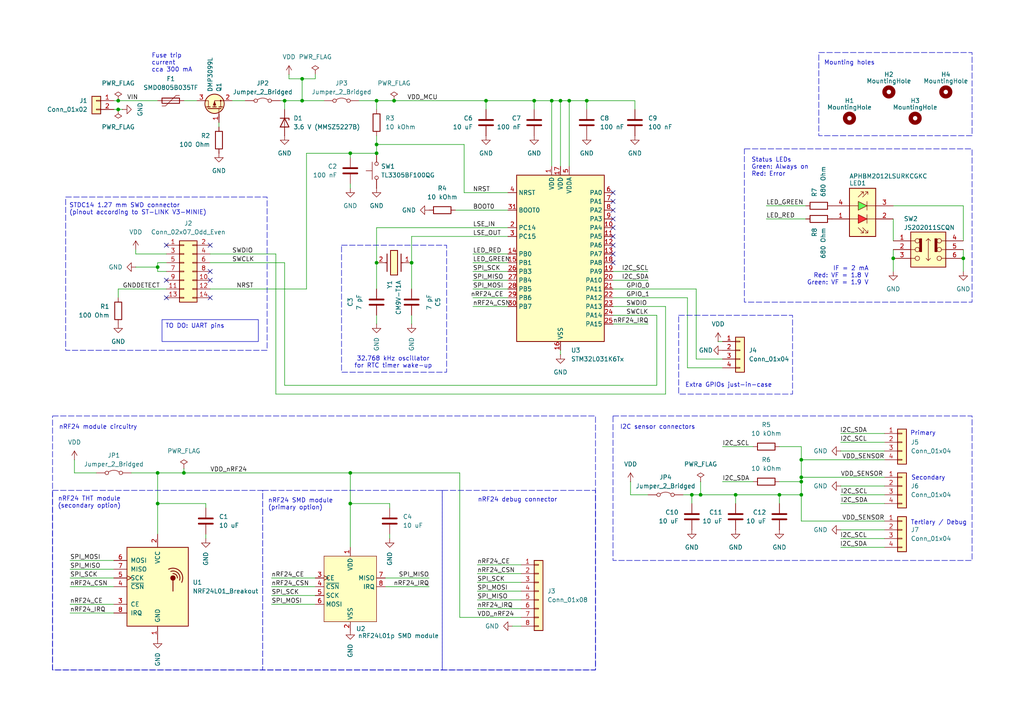
<source format=kicad_sch>
(kicad_sch (version 20231120) (generator "eeschema") (generator_version "8.0")
  (paper "A4")
  (title_block (title "HAMS_node") (rev "0") (company "Jakub Franek"))
  (junction (at 170.18 29.21))
  (junction (at 226.06 143.51))
  (junction (at 279.4 74.93))
  (junction (at 34.29 31.75))
  (junction (at 45.72 77.47))
  (junction (at 82.55 29.21))
  (junction (at 109.22 44.45))
  (junction (at 160.02 29.21))
  (junction (at 213.36 143.51))
  (junction (at 232.41 139.7))
  (junction (at 154.94 29.21))
  (junction (at 101.6 137.16))
  (junction (at 232.41 143.51))
  (junction (at 162.56 29.21))
  (junction (at 101.6 146.05))
  (junction (at 200.66 143.51))
  (junction (at 140.97 29.21))
  (junction (at 45.72 146.05))
  (junction (at 34.29 29.21))
  (junction (at 45.72 137.16))
  (junction (at 232.41 138.43))
  (junction (at 109.22 41.91))
  (junction (at 109.22 76.2))
  (junction (at 87.63 22.86))
  (junction (at 109.22 29.21))
  (junction (at 114.3 29.21))
  (junction (at 203.2 143.51))
  (junction (at 165.1 29.21))
  (junction (at 232.41 133.35))
  (junction (at 53.34 137.16))
  (junction (at 259.08 74.93))
  (junction (at 87.63 29.21))
  (junction (at 119.38 76.2))
  (junction (at 101.6 44.45))
  (no_connect (at 177.8 76.2))
  (no_connect (at 48.26 86.36))
  (no_connect (at 177.8 55.88))
  (no_connect (at 177.8 60.96))
  (no_connect (at 60.96 71.12))
  (no_connect (at 48.26 81.28))
  (no_connect (at 48.26 71.12))
  (no_connect (at 177.8 73.66))
  (no_connect (at 177.8 66.04))
  (no_connect (at 60.96 86.36))
  (no_connect (at 60.96 81.28))
  (no_connect (at 177.8 63.5))
  (no_connect (at 177.8 58.42))
  (no_connect (at 60.96 78.74))
  (no_connect (at 177.8 71.12))
  (no_connect (at 177.8 68.58))
  (wire (pts (xy 226.06 143.51) (xy 226.06 146.05)))
  (wire (pts (xy 34.29 83.82) (xy 34.29 86.36)))
  (wire (pts (xy 53.34 29.21) (xy 57.15 29.21)))
  (wire (pts (xy 82.55 29.21) (xy 82.55 31.75)))
  (wire (pts (xy 45.72 77.47) (xy 45.72 78.74)))
  (wire (pts (xy 193.04 88.9) (xy 193.04 114.3)))
  (wire (pts (xy 165.1 29.21) (xy 170.18 29.21)))
  (wire (pts (xy 243.84 143.51) (xy 256.54 143.51)))
  (wire (pts (xy 138.43 176.53) (xy 151.13 176.53)))
  (wire (pts (xy 101.6 137.16) (xy 133.35 137.16)))
  (wire (pts (xy 133.35 179.07) (xy 151.13 179.07)))
  (wire (pts (xy 162.56 29.21) (xy 162.56 48.26)))
  (wire (pts (xy 101.6 45.72) (xy 101.6 44.45)))
  (wire (pts (xy 203.2 143.51) (xy 213.36 143.51)))
  (wire (pts (xy 259.08 72.39) (xy 259.08 74.93)))
  (wire (pts (xy 53.34 137.16) (xy 101.6 137.16)))
  (wire (pts (xy 87.63 29.21) (xy 93.98 29.21)))
  (wire (pts (xy 200.66 143.51) (xy 203.2 143.51)))
  (wire (pts (xy 20.32 162.56) (xy 33.02 162.56)))
  (wire (pts (xy 119.38 68.58) (xy 147.32 68.58)))
  (wire (pts (xy 208.28 99.06) (xy 209.55 99.06)))
  (wire (pts (xy 190.5 111.76) (xy 190.5 91.44)))
  (wire (pts (xy 109.22 29.21) (xy 109.22 31.75)))
  (wire (pts (xy 20.32 167.64) (xy 33.02 167.64)))
  (wire (pts (xy 138.43 168.91) (xy 151.13 168.91)))
  (wire (pts (xy 182.88 139.7) (xy 182.88 143.51)))
  (wire (pts (xy 80.01 114.3) (xy 80.01 73.66)))
  (wire (pts (xy 243.84 156.21) (xy 256.54 156.21)))
  (wire (pts (xy 256.54 153.67) (xy 243.84 153.67)))
  (wire (pts (xy 134.62 55.88) (xy 147.32 55.88)))
  (wire (pts (xy 109.22 41.91) (xy 134.62 41.91)))
  (wire (pts (xy 232.41 133.35) (xy 256.54 133.35)))
  (wire (pts (xy 109.22 66.04) (xy 147.32 66.04)))
  (wire (pts (xy 148.59 181.61) (xy 151.13 181.61)))
  (wire (pts (xy 45.72 146.05) (xy 59.69 146.05)))
  (wire (pts (xy 119.38 83.82) (xy 119.38 76.2)))
  (wire (pts (xy 114.3 29.21) (xy 140.97 29.21)))
  (wire (pts (xy 279.4 72.39) (xy 279.4 74.93)))
  (wire (pts (xy 209.55 129.54) (xy 218.44 129.54)))
  (wire (pts (xy 243.84 125.73) (xy 256.54 125.73)))
  (wire (pts (xy 101.6 137.16) (xy 101.6 146.05)))
  (wire (pts (xy 87.63 22.86) (xy 87.63 29.21)))
  (wire (pts (xy 20.32 177.8) (xy 33.02 177.8)))
  (wire (pts (xy 226.06 143.51) (xy 232.41 143.51)))
  (wire (pts (xy 226.06 129.54) (xy 232.41 129.54)))
  (wire (pts (xy 67.31 29.21) (xy 71.12 29.21)))
  (wire (pts (xy 138.43 173.99) (xy 151.13 173.99)))
  (wire (pts (xy 137.16 73.66) (xy 147.32 73.66)))
  (wire (pts (xy 81.28 29.21) (xy 82.55 29.21)))
  (wire (pts (xy 140.97 29.21) (xy 140.97 31.75)))
  (wire (pts (xy 91.44 22.86) (xy 91.44 21.59)))
  (wire (pts (xy 83.82 22.86) (xy 87.63 22.86)))
  (wire (pts (xy 34.29 29.21) (xy 45.72 29.21)))
  (wire (pts (xy 109.22 83.82) (xy 109.22 76.2)))
  (wire (pts (xy 21.59 137.16) (xy 27.94 137.16)))
  (wire (pts (xy 109.22 41.91) (xy 109.22 44.45)))
  (wire (pts (xy 134.62 55.88) (xy 134.62 41.91)))
  (wire (pts (xy 170.18 29.21) (xy 184.15 29.21)))
  (wire (pts (xy 78.74 172.72) (xy 91.44 172.72)))
  (wire (pts (xy 82.55 111.76) (xy 190.5 111.76)))
  (wire (pts (xy 177.8 93.98) (xy 187.96 93.98)))
  (wire (pts (xy 154.94 29.21) (xy 154.94 31.75)))
  (wire (pts (xy 213.36 143.51) (xy 226.06 143.51)))
  (wire (pts (xy 78.74 170.18) (xy 91.44 170.18)))
  (wire (pts (xy 45.72 76.2) (xy 48.26 76.2)))
  (wire (pts (xy 138.43 163.83) (xy 151.13 163.83)))
  (wire (pts (xy 59.69 147.32) (xy 59.69 146.05)))
  (wire (pts (xy 137.16 83.82) (xy 147.32 83.82)))
  (wire (pts (xy 119.38 68.58) (xy 119.38 76.2)))
  (wire (pts (xy 170.18 31.75) (xy 170.18 29.21)))
  (wire (pts (xy 165.1 29.21) (xy 165.1 48.26)))
  (wire (pts (xy 232.41 143.51) (xy 232.41 151.13)))
  (wire (pts (xy 109.22 39.37) (xy 109.22 41.91)))
  (wire (pts (xy 34.29 83.82) (xy 48.26 83.82)))
  (wire (pts (xy 160.02 29.21) (xy 160.02 48.26)))
  (wire (pts (xy 20.32 165.1) (xy 33.02 165.1)))
  (wire (pts (xy 137.16 76.2) (xy 147.32 76.2)))
  (wire (pts (xy 113.03 156.21) (xy 113.03 154.94)))
  (wire (pts (xy 124.46 167.64) (xy 111.76 167.64)))
  (wire (pts (xy 45.72 146.05) (xy 45.72 154.94)))
  (wire (pts (xy 200.66 143.51) (xy 200.66 146.05)))
  (wire (pts (xy 124.46 170.18) (xy 111.76 170.18)))
  (wire (pts (xy 33.02 31.75) (xy 34.29 31.75)))
  (wire (pts (xy 38.1 137.16) (xy 45.72 137.16)))
  (wire (pts (xy 160.02 29.21) (xy 162.56 29.21)))
  (wire (pts (xy 53.34 137.16) (xy 53.34 135.89)))
  (wire (pts (xy 184.15 29.21) (xy 184.15 31.75)))
  (wire (pts (xy 232.41 151.13) (xy 256.54 151.13)))
  (wire (pts (xy 243.84 140.97) (xy 256.54 140.97)))
  (wire (pts (xy 203.2 139.7) (xy 203.2 143.51)))
  (wire (pts (xy 88.9 44.45) (xy 101.6 44.45)))
  (wire (pts (xy 232.41 138.43) (xy 232.41 139.7)))
  (wire (pts (xy 87.63 22.86) (xy 91.44 22.86)))
  (wire (pts (xy 88.9 44.45) (xy 88.9 83.82)))
  (wire (pts (xy 33.02 29.21) (xy 34.29 29.21)))
  (wire (pts (xy 232.41 138.43) (xy 256.54 138.43)))
  (wire (pts (xy 201.93 83.82) (xy 177.8 83.82)))
  (wire (pts (xy 133.35 137.16) (xy 133.35 179.07)))
  (wire (pts (xy 162.56 102.87) (xy 162.56 101.6)))
  (wire (pts (xy 101.6 146.05) (xy 101.6 158.75)))
  (wire (pts (xy 138.43 166.37) (xy 151.13 166.37)))
  (wire (pts (xy 177.8 88.9) (xy 193.04 88.9)))
  (wire (pts (xy 177.8 78.74) (xy 187.96 78.74)))
  (wire (pts (xy 78.74 167.64) (xy 91.44 167.64)))
  (wire (pts (xy 137.16 86.36) (xy 147.32 86.36)))
  (wire (pts (xy 45.72 78.74) (xy 48.26 78.74)))
  (wire (pts (xy 82.55 29.21) (xy 87.63 29.21)))
  (wire (pts (xy 199.39 86.36) (xy 177.8 86.36)))
  (wire (pts (xy 60.96 76.2) (xy 82.55 76.2)))
  (wire (pts (xy 138.43 171.45) (xy 151.13 171.45)))
  (wire (pts (xy 243.84 158.75) (xy 256.54 158.75)))
  (wire (pts (xy 137.16 78.74) (xy 147.32 78.74)))
  (wire (pts (xy 83.82 22.86) (xy 83.82 21.59)))
  (wire (pts (xy 177.8 91.44) (xy 190.5 91.44)))
  (wire (pts (xy 109.22 29.21) (xy 114.3 29.21)))
  (wire (pts (xy 39.37 73.66) (xy 48.26 73.66)))
  (wire (pts (xy 109.22 66.04) (xy 109.22 76.2)))
  (wire (pts (xy 259.08 59.69) (xy 279.4 59.69)))
  (wire (pts (xy 101.6 146.05) (xy 113.03 146.05)))
  (wire (pts (xy 132.08 60.96) (xy 147.32 60.96)))
  (wire (pts (xy 60.96 73.66) (xy 80.01 73.66)))
  (wire (pts (xy 101.6 44.45) (xy 109.22 44.45)))
  (wire (pts (xy 137.16 81.28) (xy 147.32 81.28)))
  (wire (pts (xy 162.56 29.21) (xy 165.1 29.21)))
  (wire (pts (xy 140.97 29.21) (xy 154.94 29.21)))
  (wire (pts (xy 201.93 104.14) (xy 201.93 83.82)))
  (wire (pts (xy 232.41 143.51) (xy 232.41 139.7)))
  (wire (pts (xy 60.96 83.82) (xy 88.9 83.82)))
  (wire (pts (xy 39.37 77.47) (xy 45.72 77.47)))
  (wire (pts (xy 21.59 133.35) (xy 21.59 137.16)))
  (wire (pts (xy 137.16 88.9) (xy 147.32 88.9)))
  (wire (pts (xy 45.72 76.2) (xy 45.72 77.47)))
  (wire (pts (xy 177.8 81.28) (xy 187.96 81.28)))
  (wire (pts (xy 243.84 146.05) (xy 256.54 146.05)))
  (wire (pts (xy 20.32 170.18) (xy 33.02 170.18)))
  (wire (pts (xy 45.72 137.16) (xy 53.34 137.16)))
  (wire (pts (xy 279.4 69.85) (xy 279.4 59.69)))
  (wire (pts (xy 109.22 93.98) (xy 109.22 91.44)))
  (wire (pts (xy 63.5 36.83) (xy 63.5 35.56)))
  (wire (pts (xy 104.14 29.21) (xy 109.22 29.21)))
  (wire (pts (xy 101.6 53.34) (xy 101.6 54.61)))
  (wire (pts (xy 232.41 133.35) (xy 232.41 138.43)))
  (wire (pts (xy 20.32 175.26) (xy 33.02 175.26)))
  (wire (pts (xy 113.03 146.05) (xy 113.03 147.32)))
  (wire (pts (xy 45.72 137.16) (xy 45.72 146.05)))
  (wire (pts (xy 39.37 72.39) (xy 39.37 73.66)))
  (wire (pts (xy 222.25 63.5) (xy 233.68 63.5)))
  (wire (pts (xy 198.12 143.51) (xy 200.66 143.51)))
  (wire (pts (xy 213.36 143.51) (xy 213.36 146.05)))
  (wire (pts (xy 256.54 130.81) (xy 243.84 130.81)))
  (wire (pts (xy 154.94 29.21) (xy 160.02 29.21)))
  (wire (pts (xy 199.39 106.68) (xy 199.39 86.36)))
  (wire (pts (xy 243.84 128.27) (xy 256.54 128.27)))
  (wire (pts (xy 182.88 143.51) (xy 187.96 143.51)))
  (wire (pts (xy 34.29 31.75) (xy 35.56 31.75)))
  (wire (pts (xy 279.4 74.93) (xy 279.4 78.74)))
  (wire (pts (xy 119.38 93.98) (xy 119.38 91.44)))
  (wire (pts (xy 199.39 106.68) (xy 209.55 106.68)))
  (wire (pts (xy 78.74 175.26) (xy 91.44 175.26)))
  (wire (pts (xy 209.55 139.7) (xy 218.44 139.7)))
  (wire (pts (xy 259.08 74.93) (xy 259.08 78.74)))
  (wire (pts (xy 82.55 76.2) (xy 82.55 111.76)))
  (wire (pts (xy 259.08 63.5) (xy 259.08 69.85)))
  (wire (pts (xy 226.06 139.7) (xy 232.41 139.7)))
  (wire (pts (xy 59.69 154.94) (xy 59.69 156.21)))
  (wire (pts (xy 222.25 59.69) (xy 233.68 59.69)))
  (wire (pts (xy 201.93 104.14) (xy 209.55 104.14)))
  (wire (pts (xy 232.41 129.54) (xy 232.41 133.35)))
  (wire (pts (xy 193.04 114.3) (xy 80.01 114.3)))
  (rectangle (start 237.49 15.24) (end 281.94 39.37) (stroke (width 0) (type dash)))
  (rectangle (start 196.85 91.44) (end 229.87 114.3) (stroke (width 0) (type dash)))
  (rectangle (start 128.27 142.24) (end 172.72 194.31) (stroke (width 0) (type dash)))
  (rectangle (start 215.9 43.18) (end 281.94 87.63) (stroke (width 0) (type dash)))
  (rectangle (start 15.24 120.65) (end 172.72 194.31) (stroke (width 0) (type dash)))
  (rectangle (start 76.2 142.24) (end 128.27 194.31) (stroke (width 0) (type dash)))
  (rectangle (start 15.24 142.24) (end 76.2 194.31) (stroke (width 0) (type dash)))
  (rectangle (start 99.06 71.12) (end 129.54 107.95) (stroke (width 0) (type dash)))
  (rectangle (start 19.05 57.15) (end 77.47 101.6) (stroke (width 0) (type dash)))
  (rectangle (start 177.8 120.65) (end 281.94 162.56) (stroke (width 0) (type dash)))
  (text_box "TO DO: UART pins" (at 46.99 92.71 0) (size 27.94 6.35) (effects (font (size 1.27 1.27)) (justify left top)))
  (text "nRF24 THT module\n(secondary option)" (at 25.908 145.796 0) (effects (font (size 1.27 1.27))))
  (text "IF = 2 mA\nRed: VF = 1.8 V\nGreen: VF = 1.9 V" (at 251.968 80.01 0) (effects (font (size 1.27 1.27)) (justify right)))
  (text "nRF24 SMD module\n(primary option)" (at 77.724 146.304 0) (effects (font (size 1.27 1.27)) (justify left)))
  (text "32.768 kHz oscillator\nfor RTC timer wake-up" (at 114.046 105.156 0) (effects (font (size 1.27 1.27))))
  (text "Mounting holes" (at 246.38 18.288 0) (effects (font (size 1.27 1.27))))
  (text "Fuse trip\ncurrent\ncca 300 mA" (at 43.942 18.288 0) (effects (font (size 1.27 1.27)) (justify left)))
  (text "Status LEDs\nGreen: Always on\nRed: Error" (at 217.932 48.514 0) (effects (font (size 1.27 1.27)) (justify left)))
  (text "Secondary" (at 269.24 138.684 0) (effects (font (size 1.27 1.27))))
  (text "nRF24 debug connector" (at 150.114 145.034 0) (effects (font (size 1.27 1.27))))
  (text "Tertiary / Debug" (at 272.288 151.638 0) (effects (font (size 1.27 1.27))))
  (text "STDC14 1.27 mm SWD connector\n(pinout according to ST-LINK V3-MINIE)" (at 20.066 60.706 0) (effects (font (size 1.27 1.27)) (justify left)))
  (text "Primary" (at 267.716 125.73 0) (effects (font (size 1.27 1.27))))
  (text "Extra GPIOs just-in-case" (at 211.328 111.76 0) (effects (font (size 1.27 1.27))))
  (text "I2C sensor connectors" (at 190.754 123.952 0) (effects (font (size 1.27 1.27))))
  (text "nRF24 module circuitry" (at 28.448 123.952 0) (effects (font (size 1.27 1.27))))
  (label "SWCLK" (at 181.61 91.44 0))
  (label "nRF24_IRQ" (at 124.46 170.18 180))
  (label "LED_GREEN" (at 222.25 59.69 0))
  (label "VIN" (at 36.83 29.21 0))
  (label "SPI_MISO" (at 138.43 173.99 0))
  (label "SPI_MISO" (at 124.46 167.64 180))
  (label "nRF24_CE" (at 138.43 163.83 0))
  (label "BOOT0" (at 137.16 60.96 0))
  (label "VDD_MCU" (at 118.11 29.21 0))
  (label "nRF24_IRQ" (at 20.32 177.8 0))
  (label "SPI_MOSI" (at 20.32 162.56 0))
  (label "I2C_SCL" (at 180.34 78.74 0))
  (label "SPI_MISO" (at 20.32 165.1 0))
  (label "I2C_SCL" (at 209.55 129.54 0))
  (label "GPIO_0" (at 181.61 83.82 0))
  (label "SPI_SCK" (at 78.74 172.72 0))
  (label "SPI_SCK" (at 138.43 168.91 0))
  (label "SPI_MOSI" (at 137.16 83.82 0))
  (label "I2C_SDA" (at 243.84 146.05 0))
  (label "LED_RED" (at 137.16 73.66 0))
  (label "SPI_SCK" (at 137.16 78.74 0))
  (label "VDD_SENSOR" (at 243.84 138.43 0))
  (label "I2C_SCL" (at 251.46 156.21 180))
  (label "nRF24_IRQ" (at 138.43 176.53 0))
  (label "VDD_nRF24" (at 138.43 179.07 0))
  (label "I2C_SDA" (at 251.46 158.75 180))
  (label "LED_GREEN" (at 137.16 76.2 0))
  (label "nRF24_CSN" (at 20.32 170.18 0))
  (label "GPIO_1" (at 181.61 86.36 0))
  (label "VDD_SENSOR" (at 256.54 151.13 180))
  (label "SWDIO" (at 181.61 88.9 0))
  (label "I2C_SDA" (at 209.55 139.7 0))
  (label "nRF24_CE" (at 146.05 86.36 180))
  (label "nRF24_CE" (at 20.32 175.26 0))
  (label "SWDIO" (at 67.31 73.66 0))
  (label "SPI_MOSI" (at 78.74 175.26 0))
  (label "GNDDETECT" (at 35.56 83.82 0))
  (label "I2C_SCL" (at 251.46 128.27 180))
  (label "LSE_IN" (at 137.16 66.04 0))
  (label "SWCLK" (at 67.31 76.2 0))
  (label "I2C_SCL" (at 243.84 143.51 0))
  (label "SPI_MISO" (at 137.16 81.28 0))
  (label "NRST" (at 137.16 55.88 0))
  (label "LED_RED" (at 222.25 63.5 0))
  (label "nRF24_CSN" (at 138.43 166.37 0))
  (label "LSE_OUT" (at 137.16 68.58 0))
  (label "nRF24_CSN" (at 78.74 170.18 0))
  (label "SPI_SCK" (at 20.32 167.64 0))
  (label "SPI_MOSI" (at 138.43 171.45 0))
  (label "NRST" (at 68.58 83.82 0))
  (label "nRF24_CE" (at 78.74 167.64 0))
  (label "VDD_SENSOR" (at 256.54 133.35 180))
  (label "nRF24_IRQ" (at 177.8 93.98 0))
  (label "nRF24_CSN" (at 137.16 88.9 0))
  (label "I2C_SDA" (at 251.46 125.73 180))
  (label "VDD_nRF24" (at 60.96 137.16 0))
  (label "I2C_SDA" (at 180.34 81.28 0))
  (symbol (lib_id "Device:R") (at 34.29 90.17 0) (mirror x) (unit 1)
    (property "Reference" "R1" (at 31.75 88.8999 0) (effects (justify right)))
    (property "Value" "100 Ohm" (at 31.75 91.4399 0) (effects (justify right)))
    (property "Footprint" "Resistor_SMD:R_0603_1608Metric_Pad0.98x0.95mm_HandSolder" (effects (hide yes)))
    (property "Description" "Resistor" (effects (hide yes)))
  )
  (symbol (lib_id "Connector_Generic:Conn_01x04") (at 214.63 101.6 0) (unit 1)
    (property "Reference" "J4" (at 217.17 101.5999 0) (effects (justify left)))
    (property "Value" "Conn_01x04" (at 217.17 104.1399 0) (effects (justify left)))
    (property "Footprint" "Connector_PinSocket_2.54mm:PinSocket_1x04_P2.54mm_Vertical" (effects (hide yes)))
    (property "Description" "Generic connector, single row, 01x04, script generated (kicad-library-utils/schlib/autogen/connector/)" (effects (hide yes)))
  )
  (symbol (lib_id "Device:C") (at 113.03 151.13 180) (unit 1)
    (property "Reference" "C4" (at 116.84 149.8599 0) (effects (justify right)))
    (property "Value" "10 uF" (at 116.84 152.3999 0) (effects (justify right)))
    (property "Footprint" "Capacitor_SMD:C_0603_1608Metric_Pad1.08x0.95mm_HandSolder" (effects (hide yes)))
    (property "Description" "Unpolarized capacitor" (effects (hide yes)))
  )
  (symbol (lib_id "Jumper:Jumper_2_Bridged") (at 33.02 137.16 0) (unit 1) (exclude_from_sim yes)
    (property "Reference" "JP1" (at 33.02 132.08 0))
    (property "Value" "Jumper_2_Bridged" (at 33.02 134.62 0))
    (property "Footprint" "Connector_PinHeader_1.27mm:PinHeader_2x01_P1.27mm_Vertical" (effects (hide yes)))
    (property "Description" "Jumper, 2-pole, closed/bridged" (effects (hide yes)))
  )
  (symbol (lib_id "power:GND") (at 113.03 156.21 0) (unit 1)
    (property "Reference" "#PWR015" (effects (hide yes)))
    (property "Value" "GND" (at 113.0299 160.02 90) (effects (justify right)))
    (property "Description" "Power symbol creates a global label with name \"GND\" , ground" (effects (hide yes)))
  )
  (symbol (lib_id "power:GND") (at 124.46 60.96 270) (unit 1)
    (property "Reference" "#PWR017" (effects (hide yes)))
    (property "Value" "GND" (at 120.65 60.9599 90) (effects (justify right)))
    (property "Description" "Power symbol creates a global label with name \"GND\" , ground" (effects (hide yes)))
  )
  (symbol (lib_id "power:PWR_FLAG") (at 203.2 139.7 0) (unit 1)
    (property "Reference" "#FLG06" (effects (hide yes)))
    (property "Value" "PWR_FLAG" (at 203.2 134.62 0))
    (property "Description" "Special symbol for telling ERC where power comes from" (effects (hide yes)))
  )
  (symbol (lib_id "Connector_Generic:Conn_02x07_Odd_Even") (at 53.34 78.74 0) (unit 1)
    (property "Reference" "J2" (at 54.61 64.77 0))
    (property "Value" "Conn_02x07_Odd_Even" (at 54.61 67.31 0))
    (property "Footprint" "Connector_PinHeader_1.27mm:PinHeader_2x07_P1.27mm_Vertical_SMD" (effects (hide yes)))
    (property "Description" "Generic connector, double row, 02x07, odd/even pin numbering scheme (row 1 odd numbers, row 2 even numbers), script generated (kicad-library-utils/schlib/autogen/connector/)" (effects (hide yes)))
  )
  (symbol (lib_id "power:GND") (at 200.66 153.67 0) (unit 1)
    (property "Reference" "#PWR025" (effects (hide yes)))
    (property "Value" "GND" (at 200.66 158.75 0))
    (property "Description" "Power symbol creates a global label with name \"GND\" , ground" (effects (hide yes)))
  )
  (symbol (lib_id "power:GND") (at 35.56 31.75 90) (unit 1)
    (property "Reference" "#PWR03" (effects (hide yes)))
    (property "Value" "GND" (at 40.64 31.75 0))
    (property "Description" "Power symbol creates a global label with name \"GND\" , ground" (effects (hide yes)))
  )
  (symbol (lib_id "Device:C") (at 109.22 87.63 0) (unit 1)
    (property "Reference" "C3" (at 101.6 87.63 90))
    (property "Value" "7 pF" (at 104.14 87.63 90))
    (property "Footprint" "Capacitor_SMD:C_0603_1608Metric_Pad1.08x0.95mm_HandSolder" (effects (hide yes)))
    (property "Description" "Unpolarized capacitor" (effects (hide yes)))
  )
  (symbol (lib_id "Jumper:Jumper_2_Bridged") (at 99.06 29.21 0) (unit 1) (exclude_from_sim yes)
    (property "Reference" "JP3" (at 99.06 24.13 0))
    (property "Value" "Jumper_2_Bridged" (at 99.06 26.67 0))
    (property "Footprint" "Connector_PinHeader_1.27mm:PinHeader_2x01_P1.27mm_Vertical" (effects (hide yes)))
    (property "Description" "Jumper, 2-pole, closed/bridged" (effects (hide yes)))
  )
  (symbol (lib_id "power:GND") (at 109.22 93.98 0) (unit 1)
    (property "Reference" "#PWR014" (effects (hide yes)))
    (property "Value" "GND" (at 109.2199 97.79 90) (effects (justify right)))
    (property "Description" "Power symbol creates a global label with name \"GND\" , ground" (effects (hide yes)))
  )
  (symbol (lib_id "power:GND") (at 148.59 181.61 270) (unit 1)
    (property "Reference" "#PWR019" (effects (hide yes)))
    (property "Value" "GND" (at 144.78 181.6099 90) (effects (justify right)))
    (property "Description" "Power symbol creates a global label with name \"GND\" , ground" (effects (hide yes)))
  )
  (symbol (lib_id "Connector_Generic:Conn_01x04") (at 261.62 140.97 0) (unit 1)
    (property "Reference" "J6" (at 264.16 140.9699 0) (effects (justify left)))
    (property "Value" "Conn_01x04" (at 264.16 143.5099 0) (effects (justify left)))
    (property "Footprint" "Connector_PinSocket_2.54mm:PinSocket_1x04_P2.54mm_Horizontal" (effects (hide yes)))
    (property "Description" "Generic connector, single row, 01x04, script generated (kicad-library-utils/schlib/autogen/connector/)" (effects (hide yes)))
  )
  (symbol (lib_id "PCM_Transistor_MOSFET_AKL:DMP3099L") (at 62.23 31.75 270) (mirror x) (unit 1)
    (property "Reference" "Q1" (at 63.5 26.67 0) (effects (justify left)))
    (property "Value" "DMP3099L" (at 60.96 26.67 0) (effects (justify left)))
    (property "Footprint" "PCM_Package_TO_SOT_SMD_AKL:SOT-23" (effects (hide yes)))
    (property "Datasheet" "https://www.tme.eu/Document/cbc00c4a7a4dfde8f3f26ec9093b17b8/DMP3099L.pdf" (effects (hide yes)))
    (property "Description" "SOT-23 P-MOSFET enchancement mode transistor, 30V, 3.8A, 1.08W, Alternate KiCAD Library" (effects (hide yes)))
  )
  (symbol (lib_id "Device:R") (at 128.27 60.96 90) (unit 1)
    (property "Reference" "R4" (at 128.27 54.61 90))
    (property "Value" "10 kOhm" (at 128.27 57.15 90))
    (property "Footprint" "Resistor_SMD:R_0603_1608Metric_Pad0.98x0.95mm_HandSolder" (effects (hide yes)))
    (property "Description" "Resistor" (effects (hide yes)))
  )
  (symbol (lib_id "power:PWR_FLAG") (at 34.29 31.75 180) (unit 1)
    (property "Reference" "#FLG02" (effects (hide yes)))
    (property "Value" "PWR_FLAG" (at 34.29 36.83 0))
    (property "Description" "Special symbol for telling ERC where power comes from" (effects (hide yes)))
  )
  (symbol (lib_id "power:VDD") (at 39.37 72.39 0) (unit 1)
    (property "Reference" "#PWR04" (effects (hide yes)))
    (property "Value" "VDD" (at 39.37 67.31 0))
    (property "Description" "Power symbol creates a global label with name \"VDD\"" (effects (hide yes)))
  )
  (symbol (lib_id "power:GND") (at 59.69 156.21 0) (unit 1)
    (property "Reference" "#PWR07" (effects (hide yes)))
    (property "Value" "GND" (at 59.6899 160.02 90) (effects (justify right)))
    (property "Description" "Power symbol creates a global label with name \"GND\" , ground" (effects (hide yes)))
  )
  (symbol (lib_id "power:VDD") (at 21.59 133.35 0) (unit 1)
    (property "Reference" "#PWR01" (effects (hide yes)))
    (property "Value" "VDD" (at 21.59 128.27 0))
    (property "Description" "Power symbol creates a global label with name \"VDD\"" (effects (hide yes)))
  )
  (symbol (lib_id "Mechanical:MountingHole") (at 274.32 26.67 0) (unit 1) (exclude_from_sim yes) (in_bom no)
    (property "Reference" "H4" (at 274.32 21.59 0))
    (property "Value" "MountingHole" (at 274.32 23.495 0))
    (property "Footprint" "MountingHole:MountingHole_2.2mm_M2_ISO7380" (effects (hide yes)))
    (property "Description" "Mounting Hole without connection" (effects (hide yes)))
  )
  (symbol (lib_id "power:PWR_FLAG") (at 34.29 29.21 0) (unit 1)
    (property "Reference" "#FLG01" (effects (hide yes)))
    (property "Value" "PWR_FLAG" (at 34.29 24.13 0))
    (property "Description" "Special symbol for telling ERC where power comes from" (effects (hide yes)))
  )
  (symbol (lib_id "power:GND") (at 101.6 182.88 0) (unit 1)
    (property "Reference" "#PWR012" (effects (hide yes)))
    (property "Value" "GND" (at 101.5999 186.69 90) (effects (justify right)))
    (property "Description" "Power symbol creates a global label with name \"GND\" , ground" (effects (hide yes)))
  )
  (symbol (lib_id "Connector_Generic:Conn_01x04") (at 261.62 128.27 0) (unit 1)
    (property "Reference" "J5" (at 264.16 128.2699 0) (effects (justify left)))
    (property "Value" "Conn_01x04" (at 264.16 130.8099 0) (effects (justify left)))
    (property "Footprint" "Connector_PinSocket_2.54mm:PinSocket_1x04_P2.54mm_Horizontal" (effects (hide yes)))
    (property "Description" "Generic connector, single row, 01x04, script generated (kicad-library-utils/schlib/autogen/connector/)" (effects (hide yes)))
  )
  (symbol (lib_id "Personal_SamacSys:APHBM2012LSURKCGKC") (at 250.19 60.96 180) (unit 1)
    (property "Reference" "LED1" (at 251.206 53.848 0) (effects (justify left top)))
    (property "Value" "APHBM2012LSURKCGKC" (at 268.986 51.816 0) (effects (justify left top)))
    (property "Footprint" "Personal_SamacSys:KPHBM2012QBDCGKC" (effects (hide yes)))
    (property "Datasheet" "http://www.kingbrightusa.com/images/catalog/SPEC/APHBM2012LSURKCGKC.pdf" (effects (hide yes)))
    (property "Description" "Standard LEDs - SMD 2.0x1.2MM LOW CU RED/GREEN SMD" (effects (hide yes)))
    (property "Mouser Part Number" "604-APHBM2012LSURKCG" (effects (hide yes)))
    (property "Mouser Price/Stock" "https://www.mouser.co.uk/ProductDetail/Kingbright/APHBM2012LSURKCGKC?qs=ZqXcJfGlKshh9AFxaC7Rrw%3D%3D" (effects (hide yes)))
    (property "Manufacturer_Name" "Kingbright" (effects (hide yes)))
    (property "Manufacturer_Part_Number" "APHBM2012LSURKCGKC" (effects (hide yes)))
  )
  (symbol (lib_id "power:PWR_FLAG") (at 91.44 21.59 0) (unit 1)
    (property "Reference" "#FLG04" (effects (hide yes)))
    (property "Value" "PWR_FLAG" (at 91.44 16.51 0))
    (property "Description" "Special symbol for telling ERC where power comes from" (effects (hide yes)))
  )
  (symbol (lib_id "RF:NRF24L01_Breakout") (at 45.72 170.18 0) (unit 1)
    (property "Reference" "U1" (at 55.88 168.9099 0) (effects (justify left)))
    (property "Value" "NRF24L01_Breakout" (at 55.88 171.4499 0) (effects (justify left)))
    (property "Footprint" "RF_Module:nRF24L01_Breakout" (effects (hide yes)))
    (property "Datasheet" "http://www.nordicsemi.com/eng/content/download/2730/34105/file/nRF24L01_Product_Specification_v2_0.pdf" (effects (hide yes)))
    (property "Description" "Ultra low power 2.4GHz RF Transceiver, Carrier PCB" (effects (hide yes)))
  )
  (symbol (lib_id "power:VDD") (at 83.82 21.59 0) (unit 1)
    (property "Reference" "#PWR010" (effects (hide yes)))
    (property "Value" "VDD" (at 83.82 16.51 0))
    (property "Description" "Power symbol creates a global label with name \"VDD\"" (effects (hide yes)))
  )
  (symbol (lib_id "power:GND") (at 34.29 93.98 0) (unit 1)
    (property "Reference" "#PWR02" (effects (hide yes)))
    (property "Value" "GND" (at 34.29 99.06 0))
    (property "Description" "Power symbol creates a global label with name \"GND\" , ground" (effects (hide yes)))
  )
  (symbol (lib_id "Device:R") (at 237.49 63.5 270) (mirror x) (unit 1)
    (property "Reference" "R8" (at 236.2199 66.04 0) (effects (justify right)))
    (property "Value" "680 Ohm" (at 238.7599 66.04 0) (effects (justify right)))
    (property "Footprint" "Resistor_SMD:R_0603_1608Metric_Pad0.98x0.95mm_HandSolder" (effects (hide yes)))
    (property "Description" "Resistor" (effects (hide yes)))
  )
  (symbol (lib_id "power:GND") (at 243.84 130.81 270) (mirror x) (unit 1)
    (property "Reference" "#PWR030" (effects (hide yes)))
    (property "Value" "GND" (at 240.03 130.8099 90) (effects (justify right)))
    (property "Description" "Power symbol creates a global label with name \"GND\" , ground" (effects (hide yes)))
  )
  (symbol (lib_id "Switch:SW_Push") (at 109.22 49.53 90) (unit 1)
    (property "Reference" "SW1" (at 110.49 48.2599 90) (effects (justify right)))
    (property "Value" "TL3305BF100QG" (at 110.49 50.7999 90) (effects (justify right)))
    (property "Footprint" "Personal_Switches:E-Switch_TL3305BF100QG_Tactile_SPST" (effects (hide yes)))
    (property "Description" "Push button switch, generic, two pins" (effects (hide yes)))
  )
  (symbol (lib_id "Jumper:Jumper_2_Bridged") (at 193.04 143.51 0) (unit 1) (exclude_from_sim yes)
    (property "Reference" "JP4" (at 193.04 138.43 0))
    (property "Value" "Jumper_2_Bridged" (at 193.04 140.97 0))
    (property "Footprint" "Connector_PinHeader_1.27mm:PinHeader_2x01_P1.27mm_Vertical" (effects (hide yes)))
    (property "Description" "Jumper, 2-pole, closed/bridged" (effects (hide yes)))
  )
  (symbol (lib_id "Device:C") (at 119.38 87.63 0) (mirror y) (unit 1)
    (property "Reference" "C5" (at 127 87.63 90))
    (property "Value" "7 pF" (at 124.46 87.63 90))
    (property "Footprint" "Capacitor_SMD:C_0603_1608Metric_Pad1.08x0.95mm_HandSolder" (effects (hide yes)))
    (property "Description" "Unpolarized capacitor" (effects (hide yes)))
  )
  (symbol (lib_id "power:GND") (at 140.97 39.37 0) (unit 1)
    (property "Reference" "#PWR018" (effects (hide yes)))
    (property "Value" "GND" (at 140.97 44.45 0))
    (property "Description" "Power symbol creates a global label with name \"GND\" , ground" (effects (hide yes)))
  )
  (symbol (lib_id "Device:R") (at 222.25 129.54 90) (unit 1)
    (property "Reference" "R5" (at 222.25 123.19 90))
    (property "Value" "10 kOhm" (at 222.25 125.73 90))
    (property "Footprint" "Resistor_SMD:R_0603_1608Metric_Pad0.98x0.95mm_HandSolder" (effects (hide yes)))
    (property "Description" "Resistor" (effects (hide yes)))
  )
  (symbol (lib_id "power:GND") (at 226.06 153.67 0) (unit 1)
    (property "Reference" "#PWR029" (effects (hide yes)))
    (property "Value" "GND" (at 226.06 158.75 0))
    (property "Description" "Power symbol creates a global label with name \"GND\" , ground" (effects (hide yes)))
  )
  (symbol (lib_id "power:GND") (at 39.37 77.47 270) (unit 1)
    (property "Reference" "#PWR05" (effects (hide yes)))
    (property "Value" "GND" (at 35.56 77.4699 90) (effects (justify right)))
    (property "Description" "Power symbol creates a global label with name \"GND\" , ground" (effects (hide yes)))
  )
  (symbol (lib_id "Connector_Generic:Conn_01x08") (at 156.21 171.45 0) (unit 1)
    (property "Reference" "J3" (at 158.75 171.4499 0) (effects (justify left)))
    (property "Value" "Conn_01x08" (at 158.75 173.9899 0) (effects (justify left)))
    (property "Footprint" "Connector_PinSocket_2.54mm:PinSocket_1x08_P2.54mm_Vertical" (effects (hide yes)))
    (property "Description" "Generic connector, single row, 01x08, script generated (kicad-library-utils/schlib/autogen/connector/)" (effects (hide yes)))
  )
  (symbol (lib_id "power:VDD") (at 208.28 99.06 0) (unit 1)
    (property "Reference" "#PWR026" (effects (hide yes)))
    (property "Value" "VDD" (at 208.28 93.98 0))
    (property "Description" "Power symbol creates a global label with name \"VDD\"" (effects (hide yes)))
  )
  (symbol (lib_id "Device:R") (at 222.25 139.7 90) (unit 1)
    (property "Reference" "R6" (at 222.25 133.35 90))
    (property "Value" "10 kOhm" (at 222.25 135.89 90))
    (property "Footprint" "Resistor_SMD:R_0603_1608Metric_Pad0.98x0.95mm_HandSolder" (effects (hide yes)))
    (property "Description" "Resistor" (effects (hide yes)))
  )
  (symbol (lib_id "Device:Polyfuse") (at 49.53 29.21 90) (unit 1)
    (property "Reference" "F1" (at 49.53 22.86 90))
    (property "Value" "SMD0805B035TF" (at 49.53 25.4 90))
    (property "Footprint" "Personal_Fuses:YAGEO_SMD0805_Fuse" (effects (hide yes)))
    (property "Description" "Resettable fuse, polymeric positive temperature coefficient" (effects (hide yes)))
  )
  (symbol (lib_id "Connector_Generic:Conn_01x04") (at 261.62 153.67 0) (unit 1)
    (property "Reference" "J7" (at 264.16 153.6699 0) (effects (justify left)))
    (property "Value" "Conn_01x04" (at 264.16 156.2099 0) (effects (justify left)))
    (property "Footprint" "Connector_PinSocket_2.54mm:PinSocket_1x04_P2.54mm_Vertical" (effects (hide yes)))
    (property "Description" "Generic connector, single row, 01x04, script generated (kicad-library-utils/schlib/autogen/connector/)" (effects (hide yes)))
  )
  (symbol (lib_id "Mechanical:MountingHole") (at 246.38 34.29 0) (unit 1) (exclude_from_sim yes) (in_bom no)
    (property "Reference" "H1" (at 246.38 29.21 0))
    (property "Value" "MountingHole" (at 246.38 31.115 0))
    (property "Footprint" "MountingHole:MountingHole_2.2mm_M2_ISO7380" (effects (hide yes)))
    (property "Description" "Mounting Hole without connection" (effects (hide yes)))
  )
  (symbol (lib_id "power:GND") (at 119.38 93.98 0) (unit 1)
    (property "Reference" "#PWR016" (effects (hide yes)))
    (property "Value" "GND" (at 119.3799 97.79 90) (effects (justify right)))
    (property "Description" "Power symbol creates a global label with name \"GND\" , ground" (effects (hide yes)))
  )
  (symbol (lib_id "Device:C") (at 226.06 149.86 0) (mirror y) (unit 1)
    (property "Reference" "C12" (at 222.25 148.5899 0) (effects (justify left)))
    (property "Value" "10 uF" (at 222.25 151.1299 0) (effects (justify left)))
    (property "Footprint" "Capacitor_SMD:C_0603_1608Metric_Pad1.08x0.95mm_HandSolder" (effects (hide yes)))
    (property "Description" "Unpolarized capacitor" (effects (hide yes)))
  )
  (symbol (lib_id "Device:C") (at 170.18 35.56 0) (unit 1)
    (property "Reference" "C8" (at 173.99 34.2899 0) (effects (justify left)))
    (property "Value" "100 nF" (at 173.99 36.8299 0) (effects (justify left)))
    (property "Footprint" "Capacitor_SMD:C_0603_1608Metric_Pad1.08x0.95mm_HandSolder" (effects (hide yes)))
    (property "Description" "Unpolarized capacitor" (effects (hide yes)))
  )
  (symbol (lib_id "power:GND") (at 154.94 39.37 0) (unit 1)
    (property "Reference" "#PWR020" (effects (hide yes)))
    (property "Value" "GND" (at 154.94 44.45 0))
    (property "Description" "Power symbol creates a global label with name \"GND\" , ground" (effects (hide yes)))
  )
  (symbol (lib_id "Device:C") (at 200.66 149.86 0) (mirror y) (unit 1)
    (property "Reference" "C10" (at 196.85 148.5899 0) (effects (justify left)))
    (property "Value" "10 uF" (at 196.85 151.1299 0) (effects (justify left)))
    (property "Footprint" "Capacitor_SMD:C_0603_1608Metric_Pad1.08x0.95mm_HandSolder" (effects (hide yes)))
    (property "Description" "Unpolarized capacitor" (effects (hide yes)))
  )
  (symbol (lib_id "power:VDD") (at 182.88 139.7 0) (unit 1)
    (property "Reference" "#PWR023" (effects (hide yes)))
    (property "Value" "VDD" (at 182.88 134.62 0))
    (property "Description" "Power symbol creates a global label with name \"VDD\"" (effects (hide yes)))
  )
  (symbol (lib_id "power:PWR_FLAG") (at 53.34 135.89 0) (unit 1)
    (property "Reference" "#FLG03" (effects (hide yes)))
    (property "Value" "PWR_FLAG" (at 53.34 130.81 0))
    (property "Description" "Special symbol for telling ERC where power comes from" (effects (hide yes)))
  )
  (symbol (lib_id "power:GND") (at 109.22 54.61 0) (unit 1)
    (property "Reference" "#PWR013" (effects (hide yes)))
    (property "Value" "GND" (at 109.22 59.69 0))
    (property "Description" "Power symbol creates a global label with name \"GND\" , ground" (effects (hide yes)))
  )
  (symbol (lib_id "power:GND") (at 184.15 39.37 0) (unit 1)
    (property "Reference" "#PWR024" (effects (hide yes)))
    (property "Value" "GND" (at 184.15 44.45 0))
    (property "Description" "Power symbol creates a global label with name \"GND\" , ground" (effects (hide yes)))
  )
  (symbol (lib_id "power:GND") (at 213.36 153.67 0) (unit 1)
    (property "Reference" "#PWR028" (effects (hide yes)))
    (property "Value" "GND" (at 213.36 158.75 0))
    (property "Description" "Power symbol creates a global label with name \"GND\" , ground" (effects (hide yes)))
  )
  (symbol (lib_id "Device:C") (at 154.94 35.56 0) (mirror y) (unit 1)
    (property "Reference" "C7" (at 151.13 34.2899 0) (effects (justify left)))
    (property "Value" "100 nF" (at 151.13 36.8299 0) (effects (justify left)))
    (property "Footprint" "Capacitor_SMD:C_0603_1608Metric_Pad1.08x0.95mm_HandSolder" (effects (hide yes)))
    (property "Description" "Unpolarized capacitor" (effects (hide yes)))
  )
  (symbol (lib_id "power:GND") (at 259.08 78.74 0) (unit 1)
    (property "Reference" "#PWR033" (effects (hide yes)))
    (property "Value" "GND" (at 259.08 83.82 0))
    (property "Description" "Power symbol creates a global label with name \"GND\" , ground" (effects (hide yes)))
  )
  (symbol (lib_id "Device:R") (at 109.22 35.56 180) (unit 1)
    (property "Reference" "R3" (at 111.76 34.2899 0) (effects (justify right)))
    (property "Value" "10 kOhm" (at 111.76 36.8299 0) (effects (justify right)))
    (property "Footprint" "Resistor_SMD:R_0603_1608Metric_Pad0.98x0.95mm_HandSolder" (effects (hide yes)))
    (property "Description" "Resistor" (effects (hide yes)))
  )
  (symbol (lib_id "Device:R") (at 63.5 40.64 0) (mirror x) (unit 1)
    (property "Reference" "R2" (at 60.96 39.3699 0) (effects (justify right)))
    (property "Value" "100 Ohm" (at 60.96 41.9099 0) (effects (justify right)))
    (property "Footprint" "Resistor_SMD:R_0603_1608Metric_Pad0.98x0.95mm_HandSolder" (effects (hide yes)))
    (property "Description" "Resistor" (effects (hide yes)))
  )
  (symbol (lib_id "Device:C") (at 184.15 35.56 0) (unit 1)
    (property "Reference" "C9" (at 187.96 34.2899 0) (effects (justify left)))
    (property "Value" "100 nF" (at 187.96 36.8299 0) (effects (justify left)))
    (property "Footprint" "Capacitor_SMD:C_0603_1608Metric_Pad1.08x0.95mm_HandSolder" (effects (hide yes)))
    (property "Description" "Unpolarized capacitor" (effects (hide yes)))
  )
  (symbol (lib_id "Personal_SamacSys:CM9V-T1A-32.768KHZ-7PF-20PPM-TA-QC") (at 109.22 76.2 0) (mirror x) (unit 1)
    (property "Reference" "Y1" (at 113.0299 81.28 90) (effects (justify left)))
    (property "Value" "CM9V-T1A" (at 115.5699 81.28 90) (effects (justify left)))
    (property "Footprint" "PCM_Crystal_AKL:Crystal_SMD_MicroCrystal_CM9V-T1A-2Pin_1.6x1.0mm_BigPads" (effects (hide yes)))
    (property "Datasheet" "https://www.microcrystal.com/fileadmin/Media/Products/32kHz/Datasheet/CM9V-T1A.pdf" (effects (hide yes)))
    (property "Description" "CRYSTAL 32.768KHZ SMD" (effects (hide yes)))
    (property "Height" "0.5" (effects (hide yes)))
    (property "Mouser Part Number" "428-202416-MC01" (effects (hide yes)))
    (property "Mouser Price/Stock" "https://www.mouser.co.uk/ProductDetail/Micro-Crystal/CM9V-T1A-32.768kHz-7pF-20PPM-TA-QC?qs=7bTaA%2FLYtSadDzubxTZtvQ%3D%3D" (effects (hide yes)))
    (property "Manufacturer_Name" "Micro Crystal AG" (effects (hide yes)))
    (property "Manufacturer_Part_Number" "CM9V-T1A-32.768KHZ-7PF-20PPM-TA-QC" (effects (hide yes)))
  )
  (symbol (lib_id "power:GND") (at 170.18 39.37 0) (unit 1)
    (property "Reference" "#PWR022" (effects (hide yes)))
    (property "Value" "GND" (at 170.18 44.45 0))
    (property "Description" "Power symbol creates a global label with name \"GND\" , ground" (effects (hide yes)))
  )
  (symbol (lib_id "power:GND") (at 243.84 140.97 270) (unit 1)
    (property "Reference" "#PWR031" (effects (hide yes)))
    (property "Value" "GND" (at 240.03 140.9699 90) (effects (justify right)))
    (property "Description" "Power symbol creates a global label with name \"GND\" , ground" (effects (hide yes)))
  )
  (symbol (lib_id "Device:C") (at 59.69 151.13 180) (unit 1)
    (property "Reference" "C1" (at 63.5 149.8599 0) (effects (justify right)))
    (property "Value" "10 uF" (at 63.5 152.3999 0) (effects (justify right)))
    (property "Footprint" "Capacitor_SMD:C_0603_1608Metric_Pad1.08x0.95mm_HandSolder" (effects (hide yes)))
    (property "Description" "Unpolarized capacitor" (effects (hide yes)))
  )
  (symbol (lib_id "Connector_Generic:Conn_01x02") (at 27.94 29.21 0) (mirror y) (unit 1)
    (property "Reference" "J1" (at 25.4 29.2099 0) (effects (justify left)))
    (property "Value" "Conn_01x02" (at 25.4 31.7499 0) (effects (justify left)))
    (property "Footprint" "Connector_JST:JST_XH_B2B-XH-AM_1x02_P2.50mm_Vertical" (effects (hide yes)))
    (property "Description" "Generic connector, single row, 01x02, script generated (kicad-library-utils/schlib/autogen/connector/)" (effects (hide yes)))
  )
  (symbol (lib_id "power:GND") (at 82.55 39.37 0) (unit 1)
    (property "Reference" "#PWR09" (effects (hide yes)))
    (property "Value" "GND" (at 82.55 44.45 0))
    (property "Description" "Power symbol creates a global label with name \"GND\" , ground" (effects (hide yes)))
  )
  (symbol (lib_id "Device:R") (at 237.49 59.69 270) (unit 1)
    (property "Reference" "R7" (at 236.2199 57.15 0) (effects (justify right)))
    (property "Value" "680 Ohm" (at 238.7599 57.15 0) (effects (justify right)))
    (property "Footprint" "Resistor_SMD:R_0603_1608Metric_Pad0.98x0.95mm_HandSolder" (effects (hide yes)))
    (property "Description" "Resistor" (effects (hide yes)))
  )
  (symbol (lib_id "power:GND") (at 45.72 185.42 0) (unit 1)
    (property "Reference" "#PWR06" (effects (hide yes)))
    (property "Value" "GND" (at 45.7199 189.23 90) (effects (justify right)))
    (property "Description" "Power symbol creates a global label with name \"GND\" , ground" (effects (hide yes)))
  )
  (symbol (lib_id "Personal_SamacSys:JS202011SCQN") (at 259.08 69.85 0) (unit 1)
    (property "Reference" "SW2" (at 262.128 62.738 0) (effects (justify left top)))
    (property "Value" "JS202011SCQN" (at 262.128 65.278 0) (effects (justify left top)))
    (property "Footprint" "Personal_SamacSys:JS202011SCQN" (effects (hide yes)))
    (property "Datasheet" "https://www.ckswitches.com/media/1422/js.pdf" (effects (hide yes)))
    (property "Description" "Sub miniature slide switches" (effects (hide yes)))
    (property "Height" "5.5" (effects (hide yes)))
    (property "Mouser Part Number" "611-JS202011SCQN" (effects (hide yes)))
    (property "Mouser Price/Stock" "https://www.mouser.co.uk/ProductDetail/CK/JS202011SCQN?qs=LgMIjt8LuD95JYWxZ7NvZA%3D%3D" (effects (hide yes)))
    (property "Manufacturer_Name" "C & K COMPONENTS" (effects (hide yes)))
    (property "Manufacturer_Part_Number" "JS202011SCQN" (effects (hide yes)))
  )
  (symbol (lib_id "Mechanical:MountingHole") (at 257.81 26.67 0) (unit 1) (exclude_from_sim yes) (in_bom no)
    (property "Reference" "H2" (at 257.81 21.59 0))
    (property "Value" "MountingHole" (at 257.81 23.495 0))
    (property "Footprint" "MountingHole:MountingHole_2.2mm_M2_ISO7380" (effects (hide yes)))
    (property "Description" "Mounting Hole without connection" (effects (hide yes)))
  )
  (symbol (lib_id "power:GND") (at 162.56 102.87 0) (unit 1)
    (property "Reference" "#PWR021" (effects (hide yes)))
    (property "Value" "GND" (at 162.56 107.95 0))
    (property "Description" "Power symbol creates a global label with name \"GND\" , ground" (effects (hide yes)))
  )
  (symbol (lib_id "power:GND") (at 63.5 44.45 0) (unit 1)
    (property "Reference" "#PWR08" (effects (hide yes)))
    (property "Value" "GND" (at 63.5 49.53 0))
    (property "Description" "Power symbol creates a global label with name \"GND\" , ground" (effects (hide yes)))
  )
  (symbol (lib_id "MCU_ST_STM32L0:STM32L031K6Tx") (at 162.56 76.2 0) (unit 1)
    (property "Reference" "U3" (at 165.608 101.6 0) (effects (justify left)))
    (property "Value" "STM32L031K6Tx" (at 165.608 104.14 0) (effects (justify left)))
    (property "Footprint" "Package_QFP:LQFP-32_7x7mm_P0.8mm" (effects (hide yes)))
    (property "Datasheet" "https://www.st.com/resource/en/datasheet/stm32l031k6.pdf" (effects (hide yes)))
    (property "Description" "STMicroelectronics Arm Cortex-M0+ MCU, 32KB flash, 8KB RAM, 32 MHz, 1.65-3.6V, 25 GPIO, LQFP32" (effects (hide yes)))
  )
  (symbol (lib_id "power:GND") (at 101.6 54.61 0) (unit 1)
    (property "Reference" "#PWR011" (effects (hide yes)))
    (property "Value" "GND" (at 101.6 59.69 0))
    (property "Description" "Power symbol creates a global label with name \"GND\" , ground" (effects (hide yes)))
  )
  (symbol (lib_id "Device:D_Zener") (at 82.55 35.56 270) (unit 1)
    (property "Reference" "D1" (at 85.09 34.2899 90) (effects (justify left)))
    (property "Value" "3.6 V (MMSZ5227B)" (at 85.09 36.8299 90) (effects (justify left)))
    (property "Footprint" "PCM_Diode_SMD_Handsoldering_AKL:D_SOD-123_Zener" (effects (hide yes)))
    (property "Description" "Zener diode" (effects (hide yes)))
  )
  (symbol (lib_id "Mechanical:MountingHole") (at 265.43 34.29 0) (unit 1) (exclude_from_sim yes) (in_bom no)
    (property "Reference" "H3" (at 265.43 29.21 0))
    (property "Value" "MountingHole" (at 265.43 31.115 0))
    (property "Footprint" "MountingHole:MountingHole_2.2mm_M2_ISO7380" (effects (hide yes)))
    (property "Description" "Mounting Hole without connection" (effects (hide yes)))
  )
  (symbol (lib_id "power:GND") (at 209.55 101.6 270) (unit 1)
    (property "Reference" "#PWR027" (effects (hide yes)))
    (property "Value" "GND" (at 206.756 101.6 90) (effects (justify right)))
    (property "Description" "Power symbol creates a global label with name \"GND\" , ground" (effects (hide yes)))
  )
  (symbol (lib_id "power:GND") (at 243.84 153.67 270) (mirror x) (unit 1)
    (property "Reference" "#PWR032" (effects (hide yes)))
    (property "Value" "GND" (at 240.03 153.6699 90) (effects (justify right)))
    (property "Description" "Power symbol creates a global label with name \"GND\" , ground" (effects (hide yes)))
  )
  (symbol (lib_id "Device:C") (at 213.36 149.86 0) (mirror y) (unit 1)
    (property "Reference" "C11" (at 209.55 148.5899 0) (effects (justify left)))
    (property "Value" "10 uF" (at 209.55 151.1299 0) (effects (justify left)))
    (property "Footprint" "Capacitor_SMD:C_0603_1608Metric_Pad1.08x0.95mm_HandSolder" (effects (hide yes)))
    (property "Description" "Unpolarized capacitor" (effects (hide yes)))
  )
  (symbol (lib_id "Personal_Modules:nRF24L01p_SMD_module") (at 101.6 170.18 0) (unit 1)
    (property "Reference" "U2" (at 104.648 182.372 0))
    (property "Value" "nRF24L01p SMD module" (at 115.57 184.404 0))
    (property "Footprint" "Personal_Modules:nRF24L01p_SMD_module" (effects (hide yes)))
  )
  (symbol (lib_id "Jumper:Jumper_2_Bridged") (at 76.2 29.21 0) (unit 1) (exclude_from_sim yes)
    (property "Reference" "JP2" (at 76.2 24.13 0))
    (property "Value" "Jumper_2_Bridged" (at 76.2 26.67 0))
    (property "Footprint" "Connector_PinHeader_1.27mm:PinHeader_2x01_P1.27mm_Vertical" (effects (hide yes)))
    (property "Description" "Jumper, 2-pole, closed/bridged" (effects (hide yes)))
  )
  (symbol (lib_id "Device:C") (at 140.97 35.56 0) (mirror y) (unit 1)
    (property "Reference" "C6" (at 137.16 34.2899 0) (effects (justify left)))
    (property "Value" "10 uF" (at 137.16 36.8299 0) (effects (justify left)))
    (property "Footprint" "Capacitor_SMD:C_0603_1608Metric_Pad1.08x0.95mm_HandSolder" (effects (hide yes)))
    (property "Description" "Unpolarized capacitor" (effects (hide yes)))
  )
  (symbol (lib_id "power:GND") (at 279.4 78.74 0) (unit 1)
    (property "Reference" "#PWR034" (effects (hide yes)))
    (property "Value" "GND" (at 279.4 83.82 0))
    (property "Description" "Power symbol creates a global label with name \"GND\" , ground" (effects (hide yes)))
  )
  (symbol (lib_id "Device:C") (at 101.6 49.53 0) (mirror y) (unit 1)
    (property "Reference" "C2" (at 97.79 48.2599 0) (effects (justify left)))
    (property "Value" "100 nF" (at 97.79 50.7999 0) (effects (justify left)))
    (property "Footprint" "Capacitor_SMD:C_0603_1608Metric_Pad1.08x0.95mm_HandSolder" (effects (hide yes)))
    (property "Description" "Unpolarized capacitor" (effects (hide yes)))
  )
  (symbol (lib_id "power:PWR_FLAG") (at 114.3 29.21 0) (unit 1)
    (property "Reference" "#FLG05" (effects (hide yes)))
    (property "Value" "PWR_FLAG" (at 114.3 24.13 0))
    (property "Description" "Special symbol for telling ERC where power comes from" (effects (hide yes)))
  )
)
</source>
